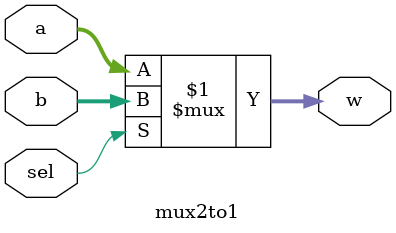
<source format=v>
module mux2to1(sel, a, b, w);
    input sel;
    input [31:0] a, b;
    output [31:0] w;

    assign w = sel ? b : a;
endmodule
</source>
